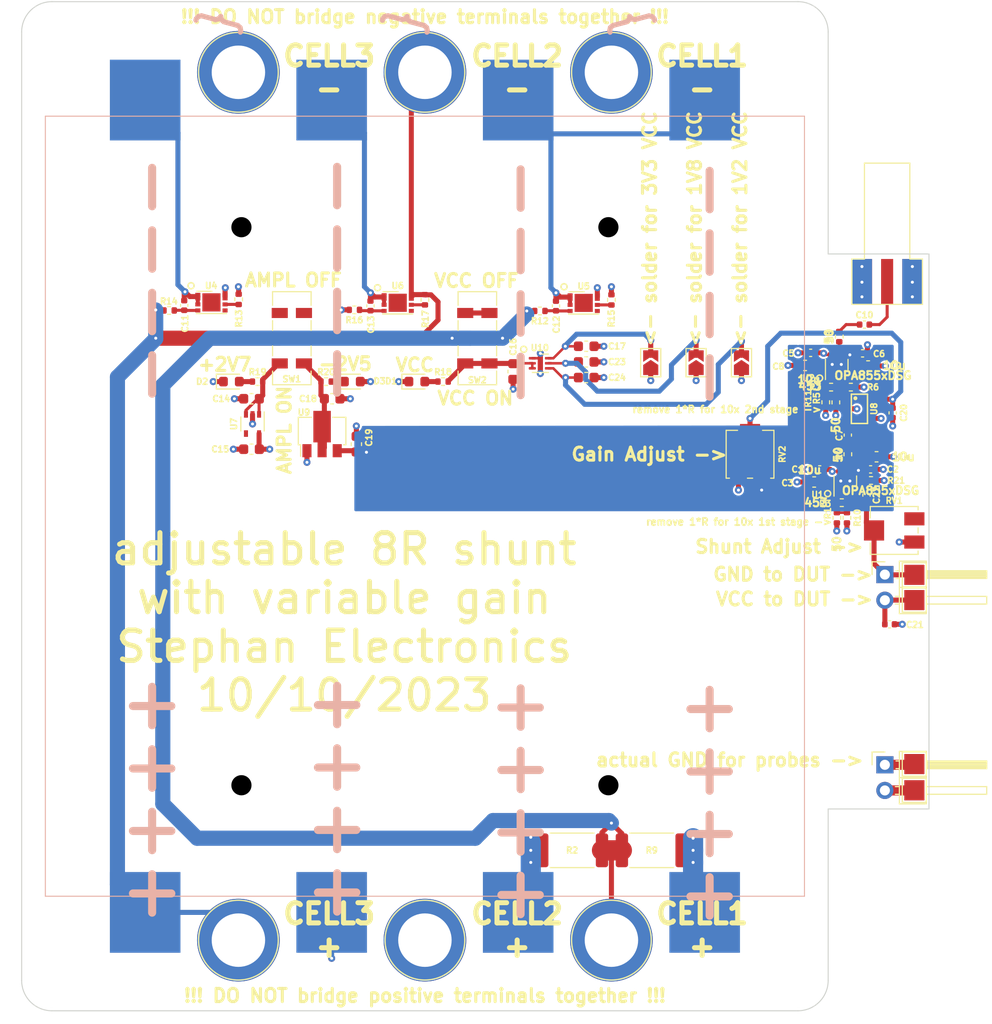
<source format=kicad_pcb>
(kicad_pcb (version 20221018) (generator pcbnew)
  (layers (0 "F.Cu" signal) (1 "In1.Cu" signal) (2 "In2.Cu" signal) (31 "B.Cu" signal) (34 "B.Paste" user) (35 "F.Paste" user) (36 "B.SilkS" user "B.Silkscreen") (37 "F.SilkS" user "F.Silkscreen") (38 "B.Mask" user) (39 "F.Mask" user) (44 "Edge.Cuts" user))
  (net 0 "")
  (net 1 "+2V8")
  (net 2 "GND")
  (net 3 "-2V5")
  (net 4 "Net-(C7-Pad1)")
  (net 5 "Net-(U2-+)")
  (net 6 "Net-(J1-In)")
  (net 7 "Net-(U1--)")
  (net 8 "Net-(U1-FB)")
  (net 9 "Net-(R4-Pad2)")
  (net 10 "Net-(U2--)")
  (net 11 "Net-(U2-FB)")
  (net 12 "Net-(R8-Pad2)")
  (net 13 "Net-(U1-+)")
  (net 17 "Net-(U4-VDD)")
  (net 18 "/CELL1_NEG")
  (net 19 "Net-(R2-Pad2)")
  (net 20 "Net-(U5-VDD)")
  (net 21 "Net-(R9-Pad2)")
  (net 22 "Net-(C10-Pad1)")
  (net 23 "/CELL3_NEG")
  (net 24 "Net-(U6-VDD)")
  (net 25 "/CELL2_NEG")
  (net 26 "/CELL1_POS")
  (net 27 "/CELL3_POS")
  (net 28 "Net-(J7-Pin_1)")
  (net 29 "Net-(U4-VM)")
  (net 30 "Net-(U5-VM)")
  (net 31 "Net-(U6-VM)")
  (net 32 "Net-(SW1A-A)")
  (net 34 "Net-(SW1B-A)")
  (net 36 "+3V3")
  (net 37 "Net-(D1-A)")
  (net 38 "Net-(D2-A)")
  (net 39 "Net-(D3-K)")
  (net 40 "Net-(SW2A-A)")
  (net 41 "Net-(SW2A-C)")
  (net 43 "Net-(J11-Pin_1)")
  (net 47 "+1V8")
  (net 48 "+1V2")
  (net 49 "VCC")
  (net 50 "Net-(C7-Pad2)")
  (net 51 "Net-(U8-VC)")
  (footprint "Capacitor_SMD:C_0603_1608Metric" (layer "F.Cu") (at 132.8 89.35 180)
    (fp_text reference "C14")
    (fp_text value "10u")
  )
  (footprint "Resistor_SMD:R_0402_1005Metric" (layer "F.Cu") (at 161.4 80.65 180)
    (fp_text reference "R12")
    (fp_text value "453 ")
  )
  (footprint "Button_Switch_SMD:SW_DPDT_CK_JS202011JCQN" (layer "F.Cu") (at 136.8 83.35 90)
    (fp_text reference "SW1")
    (fp_text value "SW_DPDT_x2")
  )
  (footprint "Capacitor_SMD:C_0603_1608Metric" (layer "F.Cu") (at 166 85.7)
    (fp_text reference "C23")
    (fp_text value "10u")
  )
  (footprint "Resistor_SMD:R_0402_1005Metric" (layer "F.Cu") (at 140.2 87.65)
    (fp_text reference "R20")
    (fp_text value "1k")
  )
  (footprint "Package_SON:WSON-8-1EP_2x2mm_P0.5mm_EP0.9x1.6mm" (layer "F.Cu") (at 191.7 97.5 90)
    (fp_text reference "U1")
    (fp_text value "OPA855xDSG")
  )
  (footprint "Button_Switch_SMD:SW_DPDT_CK_JS202011JCQN" (layer "F.Cu") (at 155.2 83.35 90)
    (fp_text reference "SW2")
    (fp_text value "SW_DPDT_x2")
  )
  (footprint "library:575-8" (layer "F.Cu") (at 168.5 143)
    (fp_text reference "J4")
    (fp_text value "Conn_01x01_Socket")
  )
  (footprint "TestPoint:TestPoint_Pad_2.0x2.0mm" (layer "F.Cu") (at 198.55 109.3)
    (fp_text reference "TP9" hide)
    (fp_text value "TestPoint")
  )
  (footprint "Capacitor_SMD:C_0402_1005Metric" (layer "F.Cu") (at 163 80.15 90)
    (fp_text reference "C12")
    (fp_text value "100n")
  )
  (footprint "TestPoint:TestPoint_Pad_2.0x2.0mm" (layer "F.Cu") (at 198.55 106.8 90)
    (fp_text reference "TP1" hide)
    (fp_text value "TestPoint" hide)
  )
  (footprint "Connector_PinHeader_2.54mm:PinHeader_1x02_P2.54mm_Horizontal" (layer "F.Cu") (at 195.625 125.625)
    (fp_text reference "J8" hide)
    (fp_text value "Conn_01x02_Pin")
  )
  (footprint "Capacitor_SMD:C_0603_1608Metric" (layer "F.Cu") (at 158.75 86.65 -90)
    (fp_text reference "C16")
    (fp_text value "10u")
  )
  (footprint "library:575-8" (layer "F.Cu") (at 131.5 143)
    (fp_text reference "J2")
    (fp_text value "Conn_01x01_Socket")
  )
  (footprint "Package_SON:WSON-8-1EP_2x2mm_P0.5mm_EP0.9x1.6mm" (layer "F.Cu") (at 190.85 85.95 90)
    (fp_text reference "U2")
    (fp_text value "OPA855xDSG")
  )
  (footprint "Resistor_SMD:R_0402_1005Metric" (layer "F.Cu") (at 124.625 80.6 180)
    (fp_text reference "R14")
    (fp_text value "453 ")
  )
  (footprint "Capacitor_SMD:C_0402_1005Metric" (layer "F.Cu") (at 193.6 82)
    (fp_text reference "C10")
    (fp_text value "1nF")
  )
  (footprint "TestPoint:TestPoint_Pad_2.0x2.0mm" (layer "F.Cu") (at 198.55 125.55 90)
    (fp_text reference "TP2" hide)
    (fp_text value "TestPoint" hide)
  )
  (footprint "MountingHole:MountingHole_2.5mm" (layer "F.Cu") (at 187 53)
    (fp_text reference "H3" hide)
    (fp_text value "MountingHole")
  )
  (footprint "Package_DFN_QFN:MLF-6-1EP_1.6x1.6mm_P0.5mm_EP0.5x1.26mm" (layer "F.Cu") (at 161.45 85.835)
    (fp_text reference "U10")
    (fp_text value "~")
  )
  (footprint "Resistor_SMD:R_0402_1005Metric" (layer "F.Cu") (at 192.25 88.2)
    (fp_text reference "R6")
    (fp_text value "50")
  )
  (footprint "Jumper:SolderJumper-2_P1.3mm_Open_TrianglePad1.0x1.5mm" (layer "F.Cu") (at 176.9 85.775 90)
    (fp_text reference "JP2" hide)
    (fp_text value "SolderJumper_2_Open")
  )
  (footprint "Capacitor_SMD:C_0402_1005Metric" (layer "F.Cu") (at 189.1625 96.35 180)
    (fp_text reference "C1")
    (fp_text value "100n")
  )
  (footprint "Resistor_SMD:R_0402_1005Metric" (layer "F.Cu") (at 190.29 88.2)
    (fp_text reference "R7")
    (fp_text value "453")
  )
  (footprint "Capacitor_SMD:C_0402_1005Metric" (layer "F.Cu") (at 196.4 90.75 90)
    (fp_text reference "C20")
    (fp_text value "1nF")
  )
  (footprint "library:575-8" (layer "F.Cu") (at 150 57)
    (fp_text reference "J7")
    (fp_text value "Conn_01x01_Socket")
  )
  (footprint "Jumper:SolderJumper-2_P1.3mm_Open_TrianglePad1.0x1.5mm" (layer "F.Cu") (at 181.4 85.775 90)
    (fp_text reference "JP1" hide)
    (fp_text value "SolderJumper_2_Open")
  )
  (footprint "TestPoint:TestPoint_Pad_2.0x2.0mm" (layer "F.Cu") (at 198.55 128.15)
    (fp_text reference "TP3" hide)
    (fp_text value "TestPoint")
  )
  (footprint "library:UDFN-6-1EP_3x2mm_P0.6mm_EP1.7x1.7mm" (layer "F.Cu") (at 165.75 79.85)
    (fp_text reference "U5")
    (fp_text value "~")
  )
  (footprint "Capacitor_SMD:C_0603_1608Metric" (layer "F.Cu") (at 166 84.15)
    (fp_text reference "C17")
    (fp_text value "10u")
  )
  (footprint "Package_TO_SOT_SMD:SOT-353_SC-70-5" (layer "F.Cu") (at 132.9 91.85 -90)
    (fp_text reference "U7")
    (fp_text value "MIC5366-2.7YC5-TR")
  )
  (footprint "MountingHole:MountingHole_2.5mm" (layer "F.Cu") (at 113 53)
    (fp_text reference "H1" hide)
    (fp_text value "MountingHole")
  )
  (footprint "Resistor_SMD:R_2512_6332Metric" (layer "F.Cu") (at 172.5 134.1)
    (fp_text reference "R9")
    (fp_text value ".250")
  )
  (footprint "Capacitor_SMD:C_0603_1608Metric" (layer "F.Cu") (at 140.8 89.35)
    (fp_text reference "C18")
    (fp_text value "10u")
  )
  (footprint "Resistor_SMD:R_0402_1005Metric" (layer "F.Cu") (at 189.7625 89.7 -90)
    (fp_text reference "R11")
    (fp_text value "50")
  )
  (footprint "MountingHole:MountingHole_2.5mm" (layer "F.Cu") (at 113 147)
    (fp_text reference "H2" hide)
    (fp_text value "MountingHole")
  )
  (footprint "Capacitor_SMD:C_0402_1005Metric" (layer "F.Cu") (at 193.4125 84.85 180)
    (fp_text reference "C6")
    (fp_text value "100n")
  )
  (footprint "Capacitor_SMD:C_0603_1608Metric" (layer "F.Cu") (at 132.8 94.35 180)
    (fp_text reference "C15")
    (fp_text value "10u")
  )
  (footprint "Potentiometer_SMD:Potentiometer_Bourns_3314J_Vertical" (layer "F.Cu") (at 196.55 102.4 -90)
    (fp_text reference "RV1")
    (fp_text value "10")
  )
  (footprint "Resistor_SMD:R_0402_1005Metric" (layer "F.Cu") (at 191.8625 101.15 -90)
    (fp_text reference "R10")
    (fp_text value "50")
  )
  (footprint "Capacitor_SMD:C_0402_1005Metric" (layer "F.Cu") (at 196.1 111.7)
    (fp_text reference "C21")
    (fp_text value "100n")
  )
  (footprint "Capacitor_SMD:C_0402_1005Metric" (layer "F.Cu") (at 194.2125 96.35 180)
    (fp_text reference "C2")
    (fp_text value "100n")
  )
  (footprint "library:575-8" (layer "F.Cu") (at 150 143)
    (fp_text reference "J6")
    (fp_text value "Conn_01x01_Socket")
  )
  (footprint "Resistor_SMD:R_0402_1005Metric" (layer "F.Cu") (at 191.95 94.85 -90)
    (fp_text reference "R4")
    (fp_text value "50")
  )
  (footprint "Resistor_SMD:R_2512_6332Metric" (layer "F.Cu") (at 164.6 134.1 180)
    (fp_text reference "R2")
    (fp_text value ".250")
  )
  (footprint "Capacitor_SMD:C_0402_1005Metric" (layer "F.Cu") (at 144.6 80.14 90)
    (fp_text reference "C13")
    (fp_text value "100n")
  )
  (footprint "Potentiometer_SMD:Potentiometer_Bourns_3314J_Vertical" (layer "F.Cu") (at 182.25 94.85 180)
    (fp_text reference "RV2")
    (fp_text value "100k")
  )
  (footprint "Capacitor_SMD:C_0402_1005Metric" (layer "F.Cu") (at 126.125 80.1 90)
    (fp_text reference "C11")
    (fp_text value "100n")
  )
  (footprint "Capacitor_SMD:C_0603_1608Metric" (layer "F.Cu") (at 166 87.25)
    (fp_text reference "C24")
    (fp_text value "10u")
  )
  (footprint "Resistor_SMD:R_0402_1005Metric" (layer "F.Cu") (at 143 80.54 180)
    (fp_text reference "R16")
    (fp_text value "453 ")
  )
  (footprint "library:SMA_ALIEXPRESS" (layer "F.Cu") (at 195.85 75.5)
    (fp_text reference "J1" hide)
    (fp_text value "COAX")
  )
  (footprint "Resistor_SMD:R_0402_1005Metric" (layer "F.Cu") (at 168.5 79.55 -90)
    (fp_text reference "R15")
    (fp_text value "1k")
  )
  (footprint "Capacitor_SMD:C_0402_1005Metric" (layer "F.Cu") (at 188.2625 84.8 180)
    (fp_text reference "C5")
    (fp_text value "100n")
  )
  (footprint "Resistor_SMD:R_0402_1005Metric" (layer "F.Cu") (at 190.8625 101.15 -90)
    (fp_text reference "R1")
    (fp_text value "50")
  )
  (footprint "library:UDFN-6-1EP_3x2mm_P0.6mm_EP1.7x1.7mm" (layer "F.Cu") (at 128.825 79.8)
    (fp_text reference "U4")
    (fp_text value "~")
  )
  (footprint "Capacitor_SMD:C_0603_1608Metric" (layer "F.Cu") (at 187.7125 86.05 180)
    (fp_text reference "C8")
    (fp_text value "10u")
  )
  (footprint "Resistor_SMD:R_0402_1005Metric" (layer "F.Cu") (at 151.8 87.65 180)
    (fp_text reference "R18")
    (fp_text value "1k")
  )
  (footprint "Resistor_SMD:R_0402_1005Metric" (layer "F.Cu") (at 194.25 97.45)
    (fp_text reference "R21")
    (fp_text value "50")
  )
  (footprint "Resistor_SMD:R_0402_1005Metric" (layer "F.Cu") (at 131.525 79.5 -90)
    (fp_text reference "R13")
    (fp_text value "1k")
  )
  (footprint "Resistor_SMD:R_0402_1005Metric" (layer "F.Cu") (at 150 79.54 -90)
    (fp_text reference "R17")
    (fp_text value "1k")
  )
  (footprint "LED_SMD:LED_0603_1608Metric" (layer "F.Cu") (at 142.8 87.65)
    (fp_text reference "D3")
    (fp_text value "LED")
  )
  (footprint "Capacitor_SMD:C_0603_1608Metric" (layer "F.Cu") (at 194.8 95.1 180)
    (fp_text reference "C4")
    (fp_text value "10u")
  )
  (footprint "Capacitor_SMD:C_0603_1608Metric" (layer "F.Cu") (at 193.9625 86.1 180)
    (fp_text reference "C9")
    (fp_text value "10u")
  )
  (footprint "library:575-8" (layer "F.Cu") (at 131.5 57)
    (fp_text reference "J5")
    (fp_text value "Conn_01x01_Socket")
  )
  (footprint "Resistor_SMD:R_0402_1005Metric" (layer "F.Cu") (at 190.7625 89.71 -90)
    (fp_text reference "R5")
    (fp_text value "50")
  )
  (footprint "library:575-8" (layer "F.Cu") (at 168.5 57)
    (fp_text reference "J3")
    (fp_text value "Conn_01x01_Socket")
  )
  (footprint "Resistor_SMD:R_0402_1005Metric" (layer "F.Cu") (at 191.1 83.19 -90)
    (fp_text reference "R8")
    (fp_text value "50")
  )
  (footprint "Capacitor_SMD:C_0402_1005Metric" (layer "F.Cu") (at 193.8 98.9 90)
    (fp_text reference "C22")
    (fp_text value "1nF")
  )
  (footprint "Capacitor_SMD:C_0603_1608Metric" (layer "F.Cu") (at 143.2 93.85 90)
    (fp_text reference "C19")
    (fp_text value "10u")
  )
  (footprint "Capacitor_SMD:C_0402_1005Metric" (layer "F.Cu") (at 191.95 92.95 90)
    (fp_text reference "C7")
    (fp_text value "1nF")
  )
  (footprint "LED_SMD:LED_0603_1608Metric" (layer "F.Cu") (at 130.8 87.65)
    (fp_text reference "D2")
    (fp_text value "LED")
  )
  (footprint "Resistor_SMD:R_0402_1005Metric" (layer "F.Cu") (at 191.35 99.65)
    (fp_text reference "R3")
    (fp_text value "453 ")
  )
  (footprint "library:UDFN-6-1EP_3x2mm_P0.6mm_EP1.7x1.7mm" (layer "F.Cu") (at 147.3 79.84)
    (fp_text reference "U6")
    (fp_text value "~")
  )
  (footprint "MountingHole:MountingHole_2.5mm" (layer "F.Cu") (at 187 147)
    (fp_text reference "H4" hide)
    (fp_text value "MountingHole")
  )
  (footprint "Jumper:SolderJumper-2_P1.3mm_Open_TrianglePad1.0x1.5mm" (layer "F.Cu") (at 172.4 85.775 90)
    (fp_text reference "JP3" hide)
    (fp_text value "SolderJumper_2_Open")
  )
  (footprint "Package_TO_SOT_SMD:SOT-89-3" (layer "F.Cu") (at 139.8 92.55 90)
    (fp_text reference "U9")
    (fp_text value "XC6902N251PR-G")
  )
  (footprint "LED_SMD:LED_0603_1608Metric" (layer "F.Cu") (at 149.2 87.65)
    (fp_text reference "D1")
    (fp_text value "LED")
  )
  (footprint "Connector_PinHeader_2.54mm:PinHeader_1x02_P2.54mm_Horizontal" (layer "F.Cu") (at 195.625 106.775)
    (fp_text reference "J11" hide)
    (fp_text value "Conn_01x02_Pin")
  )
  (footprint "Resistor_SMD:R_0402_1005Metric" (layer "F.Cu") (at 133.4 87.65 180)
    (fp_text reference "R19")
    (fp_text value "1k")
  )
  (footprint "Capacitor_SMD:C_0603_1608Metric" (layer "F.Cu") (at 188.6125 97.6 180)
    (fp_text reference "C3")
    (fp_text value "10u")
  )
  (footprint "library:SOT25" (layer "F.Cu") (at 193.1 90.35 -90)
    (fp_text reference "U8")
    (fp_text value "MAAVSS0006TR-3000" hide)
  )
  (footprint "library:4x_18650_smd" (layer "B.Cu") (at 150 100 -90)
    (fp_text reference "U3" hide)
    (fp_text value "~")
  )
  (gr_circle (center 163.8 78.25) (end 164.1 78.25) (stroke (width 0.15)) (fill none) (layer "F.SilkS"))
  (gr_circle (center 159.8 84.45) (end 160.1 84.45) (stroke (width 0.15)) (fill none) (layer "F.SilkS"))
  (gr_circle (center 189.95 98.75) (end 190.25 98.75) (stroke (width 0.15)) (fill none) (layer "F.SilkS"))
  (gr_circle (center 126.8 78.15) (end 127.1 78.15) (stroke (width 0.15)) (fill none) (layer "F.SilkS"))
  (gr_circle (center 145.3 78.35) (end 145.6 78.35) (stroke (width 0.15)) (fill none) (layer "F.SilkS"))
  (gr_circle (center 189.15 87.3) (end 189.45 87.3) (stroke (width 0.15)) (fill none) (layer "F.SilkS"))
  (gr_line (start 187 50) (end 113 50) (stroke (width 0.1)) (layer "Edge.Cuts"))
  (gr_line (start 200 130) (end 190 130) (stroke (width 0.1)) (layer "Edge.Cuts"))
  (gr_line (start 113 150) (end 187 150) (stroke (width 0.1)) (layer "Edge.Cuts"))
  (gr_line (start 190 130) (end 190 147) (stroke (width 0.1)) (layer "Edge.Cuts"))
  (gr_arc (start 190 147) (mid 189.12132 149.12132) (end 187 150) (stroke (width 0.1)) (layer "Edge.Cuts"))
  (gr_line (start 200 130) (end 200 75) (stroke (width 0.1)) (layer "Edge.Cuts"))
  (gr_arc (start 187 50) (mid 189.12132 50.87868) (end 190 53) (stroke (width 0.1)) (layer "Edge.Cuts"))
  (gr_arc (start 110 53) (mid 110.87868 50.87868) (end 113 50) (stroke (width 0.1)) (layer "Edge.Cuts"))
  (gr_line (start 190 75) (end 200 75) (stroke (width 0.1)) (layer "Edge.Cuts"))
  (gr_line (start 190 53) (end 190 75) (stroke (width 0.1)) (layer "Edge.Cuts"))
  (gr_arc (start 113 150) (mid 110.87868 149.12132) (end 110 147) (stroke (width 0.1)) (layer "Edge.Cuts"))
  (gr_line (start 110 53) (end 110 147) (stroke (width 0.1)) (layer "Edge.Cuts"))
  (gr_text "{" (at 168.6 51 285) (layer "B.SilkS") (effects (font (size 3 3) (thickness 0.5) bold) (justify left bottom)))
  (gr_text "{" (at 147 50.2 255) (layer "B.SilkS") (effects (font (size 3 3) (thickness 0.5) bold) (justify left bottom)))
  (gr_text "{" (at 128.5 50.2 255) (layer "B.SilkS") (effects (font (size 3 3) (thickness 0.5) bold) (justify left bottom)))
  (gr_text "CELL2\n+" (at 159.15 142) (layer "F.SilkS") (effects (font (size 2 2) (thickness 0.5) bold)))
  (gr_text "!!! DO NOT bridge positive terminals together !!!" (at 150 148.5) (layer "F.SilkS") (effects (font (size 1.3 1.3) (thickness 0.3) bold)))
  (gr_text "<- solder for 1V8 VCC" (at 176.75 72.5 90) (layer "F.SilkS") (effects (font (size 1.3 1.3) (thickness 0.3) bold)))
  (gr_text "CELL3\n-" (at 140.5 57) (layer "F.SilkS") (effects (font (size 2 2) (thickness 0.5) bold)))
  (gr_text "-2V5" (at 142.1 85.9) (layer "F.SilkS") (effects (font (size 1.3 1.3) (thickness 0.3) bold)))
  (gr_text "CELL1\n-" (at 177.5 57) (layer "F.SilkS") (effects (font (size 2 2) (thickness 0.5) bold)))
  (gr_text "Gain Adjust ->" (at 172.25 94.85) (layer "F.SilkS") (effects (font (size 1.3 1.3) (thickness 0.3) bold)))
  (gr_text "VCC OFF" (at 155.1 77.65) (layer "F.SilkS") (effects (font (size 1.3 1.3) (thickness 0.3) bold)))
  (gr_text "adjustable 8R shunt\nwith variable gain\nStephan Electronics\n10/10/2023" (at 142 111.5) (layer "F.SilkS") (effects (font (size 3 3) (thickness 0.5) bold)))
  (gr_text "CELL2\n-" (at 159.15 57) (layer "F.SilkS") (effects (font (size 2 2) (thickness 0.5) bold)))
  (gr_text "VCC ON" (at 155 89.3) (layer "F.SilkS") (effects (font (size 1.3 1.3) (thickness 0.3) bold)))
  (gr_text "+2V7" (at 130.15 85.95) (layer "F.SilkS") (effects (font (size 1.3 1.3) (thickness 0.3) bold)))
  (gr_text "Shunt Adjust ->" (at 185.15 104) (layer "F.SilkS") (effects (font (size 1.3 1.3) (thickness 0.3) bold)))
  (gr_text "VCC to DUT ->" (at 186.65 109.2) (layer "F.SilkS") (effects (font (size 1.3 1.3) (thickness 0.3) bold)))
  (gr_text "!!! DO NOT bridge negative terminals together !!!" (at 150 51.5) (layer "F.SilkS") (effects (font (size 1.3 1.3) (thickness 0.3) bold)))
  (gr_text "AMPL OFF" (at 136.95 77.6) (layer "F.SilkS") (effects (font (size 1.3 1.3) (thickness 0.3) bold)))
  (gr_text "GND to DUT ->" (at 186.5 106.75) (layer "F.SilkS") (effects (font (size 1.3 1.3) (thickness 0.3) bold)))
  (gr_text "CELL3\n+" (at 140.5 142) (layer "F.SilkS") (effects (font (size 2 2) (thickness 0.5) bold)))
  (gr_text "<- solder for 1V2 VCC" (at 181.25 72.5 90) (layer "F.SilkS") (effects (font (size 1.3 1.3) (thickness 0.3) bold)))
  (gr_text "VCC" (at 149 86) (layer "F.SilkS") (effects (font (size 1.3 1.3) (thickness 0.3) bold)))
  (gr_text "<- solder for 3V3 VCC" (at 172.3 72.5 90) (layer "F.SilkS") (effects (font (size 1.3 1.3) (thickness 0.3) bold)))
  (gr_text "AMPL ON" (at 136.05 92.45 90) (layer "F.SilkS") (effects (font (size 1.3 1.3) (thickness 0.3) bold)))
  (gr_text "actual GND for probes ->" (at 193.65 125.15) (layer "F.SilkS") (effects (font (size 1.3 1.3) (thickness 0.3) bold) (justify right)))
  (gr_text "remove 1*R for 10x 1st stage ->" (at 181.15 101.55) (layer "F.SilkS") (effects (font (size 0.7 0.7) (thickness 0.175) bold)))
  (gr_text "CELL1\n+" (at 177.5 142) (layer "F.SilkS") (effects (font (size 2 2) (thickness 0.5) bold)))
  (gr_text "remove 1*R for 10x 2nd stage ->" (at 179.95 90.4) (layer "F.SilkS") (effects (font (size 0.7 0.7) (thickness 0.175) bold)))
  (segment (start 190.1 85) (end 189.7 85) (width 0.25) (layer "F.Cu") (net 1))
  (segment (start 133.575 94.35) (end 134.6 94.35) (width 0.5) (layer "F.Cu") (net 1))
  (segment (start 189.5 84.8) (end 189.55 84.85) (width 0.5) (layer "F.Cu") (net 1))
  (segment (start 133.55 92.8) (end 133.55 94.325) (width 0.5) (layer "F.Cu") (net 1))
  (segment (start 188.7425 85.795) (end 188.4875 86.05) (width 0.5) (layer "F.Cu") (net 1))
  (segment (start 191.45 96.55) (end 190.95 96.55) (width 0.25) (layer "F.Cu") (net 1))
  (segment (start 190.2 96.35) (end 190.4 96.55) (width 0.5) (layer "F.Cu") (net 1))
  (segment (start 188.7425 84.8) (end 189.5 84.8) (width 0.5) (layer "F.Cu") (net 1))
  (segment (start 188.7425 84.8) (end 188.7425 85.795) (width 0.5) (layer "F.Cu") (net 1))
  (segment (start 190.95 96.55) (end 190.4 96.55) (width 0.25) (layer "F.Cu") (net 1))
  (segment (start 189.6425 96.35) (end 189.6425 97.345) (width 0.5) (layer "F.Cu") (net 1))
  (segment (start 189.7 85) (end 189.55 84.85) (width 0.25) (layer "F.Cu") (net 1))
  (segment (start 190.6 85) (end 190.1 85) (width 0.25) (layer "F.Cu") (net 1))
  (segment (start 189.6425 96.35) (end 190.2 96.35) (width 0.5) (layer "F.Cu") (net 1))
  (segment (start 133.55 94.325) (end 133.575 94.35) (width 0.5) (layer "F.Cu") (net 1))
  (segment (start 189.6425 97.345) (end 189.3875 97.6) (width 0.5) (layer "F.Cu") (net 1))
  (via (at 189.55 84.85) (size 0.7) (drill 0.3) (layers "F.Cu" "B.Cu") (net 1))
  (via (at 190.4 96.55) (size 0.7) (drill 0.3) (layers "F.Cu" "B.Cu") (net 1))
  (via (at 134.6 94.35) (size 0.7) (drill 0.3) (layers "F.Cu" "B.Cu") (net 1))
  (segment (start 190.8625 102.4375) (end 190.85 102.45) (width 0.5) (layer "F.Cu") (net 2))
  (segment (start 130.0125 87.65) (end 129 87.65) (width 0.5) (layer "F.Cu") (net 2))
  (segment (start 191.8625 102.4375) (end 191.85 102.45) (width 0.5) (layer "F.Cu") (net 2))
  (segment (start 190.7625 90.9875) (end 190.75 91) (width 0.5) (layer "F.Cu") (net 2))
  (segment (start 196.58 111.7) (end 197.35 111.7) (width 0.5) (layer "F.Cu") (net 2))
  (segment (start 194.3 91.3) (end 195.25 91.3) (width 0.5) (layer "F.Cu") (net 2))
  (segment (start 142.49 80.54) (end 141.71 80.54) (width 0.5) (layer "F.Cu") (net 2))
  (segment (start 187.7825 84.8) (end 187.0125 84.8) (width 0.5) (layer "F.Cu") (net 2))
  (segment (start 168.5 79.04) (end 168.5 78.25) (width 0.5) (layer "F.Cu") (net 2))
  (segment (start 190.7625 90.22) (end 190.7625 90.9875) (width 0.5) (layer "F.Cu") (net 2))
  (segment (start 161.45 85.835) (end 161.45 86.85) (width 0.5) (layer "F.Cu") (net 2))
  (segment (start 132.025 89.35) (end 131.1 89.35) (width 0.5) (layer "F.Cu") (net 2))
  (segment (start 189.7625 90.21) (end 189.7625 90.9875) (width 0.5) (layer "F.Cu") (net 2))
  (segment (start 141.575 89.35) (end 142.6 89.35) (width 0.5) (layer "F.Cu") (net 2))
  (segment (start 198.475 125.625) (end 198.55 125.55) (width 1) (layer "F.Cu") (net 2))
  (segment (start 167.1 79.275) (end 167.1 78.35) (width 0.5) (layer "F.Cu") (net 2))
  (segment (start 188.6825 96.35) (end 187.9125 96.35) (width 0.5) (layer "F.Cu") (net 2))
  (segment (start 196.4 91.23) (end 196.4 92.05) (width 0.5) (layer "F.Cu") (net 2))
  (segment (start 158.75 87.425) (end 158.75 88.4) (width 0.5) (layer "F.Cu") (net 2))
  (segment (start 132.9 90.9) (end 132.9 91.85) (width 0.5) (layer "F.Cu") (net 2))
  (segment (start 193.8925 84.0075) (end 193.9 84) (width 0.5) (layer "F.Cu") (net 2))
  (segment (start 160.65 85.335) (end 161.45 85.335) (width 0.25) (layer "F.Cu") (net 2))
  (segment (start 130.175 79.225) (end 130.175 78.375) (width 0.5) (layer "F.Cu") (net 2))
  (segment (start 198.55 103.55) (end 197.05 103.55) (width 0.5) (layer "F.Cu") (net 2))
  (segment (start 161.45 85.335) (end 161.45 85.835) (width 0.25) (layer "F.Cu") (net 2))
  (segment (start 186.9375 86.05) (end 186.0125 86.05) (width 0.5) (layer "F.Cu") (net 2))
  (segment (start 166.775 87.25) (end 167.75 87.25) (width 0.5) (layer "F.Cu") (net 2))
  (segment (start 195.625 125.625) (end 198.475 125.625) (width 1) (layer "F.Cu") (net 2))
  (segment (start 189.7625 90.9875) (end 189.75 91) (width 0.5) (layer "F.Cu") (net 2))
  (segment (start 191.9 90.35) (end 192.85 90.35) (width 0.5) (layer "F.Cu") (net 2))
  (segment (start 132.025 94.35) (end 131 94.35) (width 0.5) (layer "F.Cu") (net 2))
  (segment (start 143.5875 87.65) (end 144.6 87.65) (width 0.5) (layer "F.Cu") (net 2))
  (segment (start 166.775 84.15) (end 167.75 84.15) (width 0.5) (layer "F.Cu") (net 2))
  (segment (start 190.8625 101.66) (end 190.8625 102.4375) (width 0.5) (layer "F.Cu") (net 2))
  (segment (start 195.575 95.1) (end 196.5 95.1) (width 0.5) (layer "F.Cu") (net 2))
  (segment (start 194.6925 96.35) (end 195.4625 96.35) (width 0.5) (layer "F.Cu") (net 2))
  (segment (start 131.525 78.275) (end 131.5 78.25) (width 0.5) (layer "F.Cu") (net 2))
  (segment (start 141.71 80.54) (end 141.7 80.55) (width 0.5) (layer "F.Cu") (net 2))
  (segment (start 192.76 88.2) (end 193.55 88.2) (width 0.5) (layer "F.Cu") (net 2))
  (segment (start 138.3 94.5) (end 138.3 95.65) (width 0.5) (layer "F.Cu") (net 2))
  (segment (start 193.8925 84.85) (end 193.8925 84.0075) (width 0.5) (layer "F.Cu") (net 2))
  (segment (start 148.4125 87.65) (end 147.4 87.65) (width 0.5) (layer "F.Cu") (net 2))
  (segment (start 198.535 128.165) (end 198.55 128.15) (width 1) (layer "F.Cu") (net 2))
  (segment (start 166.775 85.7) (end 167.75 85.7) (width 0.5) (layer "F.Cu") (net 2))
  (segment (start 187.8375 97.6) (end 186.9125 97.6) (width 0.5) (layer "F.Cu") (net 2))
  (segment (start 194.7375 86.1) (end 195.6625 86.1) (width 0.5) (layer "F.Cu") (net 2))
  (segment (start 130.175 78.375) (end 130.2 78.35) (width 0.5) (layer "F.Cu") (net 2))
  (segment (start 181.1 96.85) (end 181.1 98.4) (width 0.5) (layer "F.Cu") (net 2))
  (segment (start 194.76 97.45) (end 195.55 97.45) (width 0.5) (layer "F.Cu") (net 2))
  (segment (start 191.8625 101.66) (end 191.8625 102.4375) (width 0.5) (layer "F.Cu") (net 2))
  (segment (start 131.525 78.99) (end 131.525 78.275) (width 0.5) (layer "F.Cu") (net 2))
  (segment (start 195.625 128.165) (end 198.535 128.165) (width 1) (layer "F.Cu") (net 2))
  (segment (start 143.2 93.075) (end 143.2 92.05) (width 0.5) (layer "F.Cu") (net 2))
  (segment (start 161.45 85.835) (end 161.45 84.85) (width 0.5) (layer "F.Cu") (net 2))
  (via (at 161.45 84.85) (size 0.7) (drill 0.3) (layers "F.Cu" "B.Cu") (net 2))
  (via (at 168.5 78.25) (size 0.7) (drill 0.3) (layers "F.Cu" "B.Cu") (net 2))
  (via (at 198.35 76.25) (size 0.7) (drill 0.3) (layers "F.Cu" "B.Cu") (net 2))
  (via (at 140.75 144.8) (size 0.7) (drill 0.3) (layers "F.Cu" "B.Cu") (net 2))
  (via (at 192.85 90.35) (size 0.7) (drill 0.3) (layers "F.Cu" "B.Cu") (net 2))
  (via (at 181.1 98.4) (size 0.7) (drill 0.3) (layers "F.Cu" "B.Cu") (net 2))
  (via (at 131 94.35) (size 0.7) (drill 0.3) (layers "F.Cu" "B.Cu") (net 2))
  (via (at 189.75 91) (size 0.7) (drill 0.3) (layers "F.Cu" "B.Cu") (net 2))
  (via (at 196.4 92.05) (size 0.7) (drill 0.3) (layers "F.Cu" "B.Cu") (net 2))
  (via (at 197.05 103.55) (size 0.7) (drill 0.3) (layers "F.Cu" "B.Cu") (net 2))
  (via (at 195.55 97.45) (size 0.7) (drill 0.3) (layers "F.Cu" "B.Cu") (net 2))
  (via (at 167.75 85.7) (size 0.7) (drill 0.3) (layers "F.Cu" "B.Cu") (net 2))
  (via (at 158.75 88.4) (size 0.7) (drill 0.3) (layers "F.Cu" "B.Cu") (net 2))
  (via (at 193.35 79.25) (size 0.7) (drill 0.3) (layers "F.Cu" "B.Cu") (net 2))
  (via (at 195.6625 86.1) (size 0.7) (drill 0.3) (layers "F.Cu" "B.Cu") (net 2))
  (via (at 198.35 79.25) (size 0.7) (drill 0.3) (layers "F.Cu" "B.Cu") (net 2))
  (via (at 193.55 88.2) (size 0.7) (drill 0.3) (layers "F.Cu" "B.Cu") (net 2))
  (via (at 186.0125 86.05) (size 0.7) (drill 0.3) (layers "F.Cu" "B.Cu") (net 2))
  (via (at 161.45 86.85) (size 0.7) (drill 0.3) (layers "F.Cu" "B.Cu") (net 2))
  (via (at 190.85 102.45) (size 0.7) (drill 0.3) (layers "F.Cu" "B.Cu") (net 2))
  (via (at 131.1 89.35) (size 0.7) (drill 0.3) (layers "F.Cu" "B.Cu") (net 2))
  (via (at 147.4 87.65) (size 0.7) (drill 0.3) (layers "F.Cu" "B.Cu") (net 2))
  (via (at 193.35 77.8) (size 0.7) (drill 0.3) (layers "F.Cu" "B.Cu") (net 2))
  (via (at 198.35 77.8) (size 0.7) (drill 0.3) (layers "F.Cu" "B.Cu") (net 2))
  (via (at 132.9 91.85) (size 0.7) (drill 0.3) (layers "F.Cu" "B.Cu") (net 2))
  (via (at 197.35 111.7) (size 0.7) (drill 0.3) (layers "F.Cu" "B.Cu") (net 2))
  (via (at 167.75 87.25) (size 0.7) (drill 0.3) (layers "F.Cu" "B.Cu") (net 2))
  (via (at 195.4625 96.35) (size 0.7) (drill 0.3) (layers "F.Cu" "B.Cu") (net 2))
  (via (at 186.9125 97.6) (size 0.7) (drill 0.3) (layers "F.Cu" "B.Cu") (net 2))
  (via (at 138.3 95.65) (size 0.7) (drill 0.3) (layers "F.Cu" "B.Cu") (net 2))
  (via (at 193.9 84) (size 0.7) (drill 0.3) (layers "F.Cu" "B.Cu") (net 2))
  (via (at 143.2 92.05) (size 0.7) (drill 0.3) (layers "F.Cu" "B.Cu") (net 2))
  (via (at 130.2 78.35) (size 0.7) (drill 0.3) (layers "F.Cu" "B.Cu") (net 2))
  (via (at 195.25 91.3) (size 0.7) (drill 0.3) (layers "F.Cu" "B.Cu") (net 2))
  (via (at 196.5 95.1) (size 0.7) (drill 0.3) (layers "F.Cu" "B.Cu") (net 2))
  (via (at 131.5 78.25) (size 0.7) (drill 0.3) (layers "F.Cu" "B.Cu") (net 2))
  (via (at 187.9125 96.35) (size 0.7) (drill 0.3) (layers "F.Cu" "B.Cu") (net 2))
  (via (at 190.75 91) (size 0.7) (drill 0.3) (layers "F.Cu" "B.Cu") (net 2))
  (via (at 193.35 76.25) (size 0.7) (drill 0.3) (layers "F.Cu" "B.Cu") (net 2))
  (via (at 167.1 78.35) (size 0.7) (drill 0.3) (layers "F.Cu" "B.Cu") (net 2))
  (via (at 141.7 80.55) (size 0.7) (drill 0.3) (layers "F.Cu" "B.Cu") (net 2))
  (via (at 191.85 102.45) (size 0.7) (drill 0.3) (layers "F.Cu" "B.Cu") (net 2))
  (via (at 167.75 84.15) (size 0.7) (drill 0.3) (layers "F.Cu" "B.Cu") (net 2))
  (via (at 129 87.65) (size 0.7) (drill 0.3) (layers "F.Cu" "B.Cu") (net 2))
  (via (at 142.6 89.35) (size 0.7) (drill 0.3) (layers "F.Cu" "B.Cu") (net 2))
  (via (at 187.0125 84.8) (size 0.7) (drill 0.3) (layers "F.Cu" "B.Cu") (net 2))
  (via (at 144.6 87.65) (size 0.7) (drill 0.3) (layers "F.Cu" "B.Cu") (net 2))
  (segment (start 140.75 140.25) (end 140.75 144.8) (width 0.5) (layer "B.Cu") (net 2))
  (segment (start 191.3 85.95) (end 190.4 85.95) (width 0.25) (layer "F.Cu") (net 3))
  (segment (start 143.075 94.5) (end 143.2 94.625) (width 0.5) (layer "F.Cu") (net 3))
  (segment (start 192.9325 84.85) (end 192.9325 85.845) (width 0.5) (layer "F.Cu") (net 3))
  (segment (start 183.4 96.85) (end 183.4 98.4) (width 0.5) (layer "F.Cu") (net 3))
  (segment (start 191.6 85) (end 192.15 85) (width 0.25) (layer "F.Cu") (net 3))
  (segment (start 192.7825 85) (end 192.15 85) (width 0.5) (layer "F.Cu") (net 3))
  (segment (start 193.7325 95.3925) (end 194.025 95.1) (width 0.5) (layer "F.Cu") (net 3))
  (segment (start 192.45 96.55) (end 192.9 96.55) (width 0.25) (layer "F.Cu") (net 3))
  (segment (start 191.6 85.525) (end 191.6 85) (width 0.25) (layer "F.Cu") (net 3))
  (segment (start 193.1 96.35) (end 193 96.45) (width 0.5) (layer "F.Cu") (net 3))
  (segment (start 191.3 85.95) (end 191.175 85.95) (width 0.25) (layer "F.Cu") (net 3))
  (segment (start 192.9 96.55) (end 193 96.45) (width 0.25) (layer "F.Cu") (net 3))
  (segment (start 144.175 94.625) (end 144.2 94.65) (width 0.5) (layer "F.Cu") (net 3))
  (segment (start 192.9325 84.85) (end 192.7825 85) (width 0.5) (layer "F.Cu") (net 3))
  (segment (start 141.3 94.5) (end 143.075 94.5) (width 0.5) (layer "F.Cu") (net 3))
  (segment (start 192.15 97.5) (end 191.25 97.5) (width 0.25) (layer "F.Cu") (net 3))
  (segment (start 192.15 97.5) (end 192.025 97.5) (width 0.25) (layer "F.Cu") (net 3))
  (segment (start 193.7325 96.35) (end 193.1 96.35) (width 0.5) (layer "F.Cu") (net 3))
  (segment (start 192.45 97.075) (end 192.45 96.55) (width 0.25) (layer "F.Cu") (net 3))
  (segment (start 191.175 85.95) (end 191.6 85.525) (width 0.25) (layer "F.Cu") (net 3))
  (segment (start 193.7325 96.35) (end 193.7325 95.3925) (width 0.5) (layer "F.Cu") (net 3))
  (segment (start 192.025 97.5) (end 192.45 97.075) (width 0.25) (layer "F.Cu") (net 3))
  (segment (start 192.9325 85.845) (end 193.1875 86.1) (width 0.5) (layer "F.Cu") (net 3))
  (segment (start 143.2 94.625) (end 144.175 94.625) (width 0.5) (layer "F.Cu") (net 3))
  (via (at 144.2 94.65) (size 0.7) (drill 0.3) (layers "F.Cu" "B.Cu") (net 3))
  (via (at 191.3 85.95) (size 0.7) (drill 0.3) (layers "F.Cu" "B.Cu") (net 3))
  (via (at 192.15 85) (size 0.7) (drill 0.3) (layers "F.Cu" "B.Cu") (net 3))
  (via (at 192.15 97.5) (size 0.7) (drill 0.3) (layers "F.Cu" "B.Cu") (net 3))
  (via (at 193 96.45) (size 0.7) (drill 0.3) (layers "F.Cu" "B.Cu") (net 3))
  (via (at 191.25 97.5) (size 0.7) (drill 0.3) (layers "F.Cu" "B.Cu") (net 3))
  (via (at 190.4 85.95) (size 0.7) (drill 0.3) (layers "F.Cu" "B.Cu") (net 3))
  (via (at 183.4 98.4) (size 0.7) (drill 0.3) (layers "F.Cu" "B.Cu") (net 3))
  (segment (start 191.95 94.34) (end 191.95 93.43) (width 0.3) (layer "F.Cu") (net 4))
  (segment (start 191.6 88.06) (end 191.74 88.2) (width 0.25) (layer "F.Cu") (net 5))
  (segment (start 191.6 86.9) (end 191.6 88.06) (width 0.25) (layer "F.Cu") (net 5))
  (segment (start 191.74 89.24) (end 191.9 89.4) (width 0.25) (layer "F.Cu") (net 5))
  (segment (start 191.74 88.2) (end 191.74 89.24) (width 0.25) (layer "F.Cu") (net 5))
  (segment (start 194.08 82) (end 195.1 82) (width 0.3) (layer "F.Cu") (net 6))
  (segment (start 195.85 81.25) (end 195.85 77.8) (width 0.3) (layer "F.Cu") (net 6))
  (segment (start 195.1 82) (end 195.85 81.25) (width 0.3) (layer "F.Cu") (net 6))
  (segment (start 190.8625 100.64) (end 191.8625 100.64) (width 0.25) (layer "F.Cu") (net 7))
  (segment (start 191.86 100.6375) (end 191.8625 100.64) (width 0.25) (layer "F.Cu") (net 7))
  (segment (start 191.95 99.56) (end 191.86 99.65) (width 0.25) (layer "F.Cu") (net 7))
  (segment (start 191.95 98.45) (end 191.95 99.56) (width 0.25) (layer "F.Cu") (net 7))
  (segment (start 191.86 99.65) (end 191.86 100.6375) (width 0.25) (layer "F.Cu") (net 7))
  (segment (start 190.95 99.54) (end 190.84 99.65) (width 0.25) (layer "F.Cu") (net 8))
  (segment (start 190.95 98.45) (end 190.95 99.54) (width 0.25) (layer "F.Cu") (net 8))
  (segment (start 191.95 96.55) (end 191.95 95.36) (width 0.25) (layer "F.Cu") (net 9))
  (segment (start 190.8 88.2) (end 190.8 89.1625) (width 0.25) (layer "F.Cu") (net 10))
  (segment (start 191.1 87.9) (end 190.8 88.2) (width 0.25) (layer "F.Cu") (net 10))
  (segment (start 191.1 86.9) (end 191.1 87.9) (width 0.25) (layer "F.Cu") (net 10))
  (segment (start 190.7625 89.2) (end 189.7725 89.2) (width 0.25) (layer "F.Cu") (net 10))
  (segment (start 190.8 89.1625) (end 190.7625 89.2) (width 0.25) (layer "F.Cu") (net 10))
  (segment (start 189.7725 89.2) (end 189.7625 89.19) (width 0.25) (layer "F.Cu") (net 10))
  (segment (start 189.78 87.67) (end 190.1 87.35) (width 0.25) (layer "F.Cu") (net 11))
  (segment (start 189.78 88.2) (end 189.78 87.67) (width 0.25) (layer "F.Cu") (net 11))
  (segment (start 190.1 87.35) (end 190.1 86.9) (width 0.25) (layer "F.Cu") (net 11))
  (segment (start 191.1 85) (end 191.1 83.7) (width 0.25) (layer "F.Cu") (net 12))
  (segment (start 193.74 98.36) (end 193.8 98.42) (width 0.25) (layer "F.Cu") (net 13))
  (segment (start 192.45 98.45) (end 193.77 98.45) (width 0.25) (layer "F.Cu") (net 13))
  (segment (start 193.74 97.45) (end 193.74 98.36) (width 0.25) (layer "F.Cu") (net 13))
  (segment (start 193.77 98.45) (end 193.8 98.42) (width 0.25) (layer "F.Cu") (net 13))
  (segment (start 127.475 80.6) (end 126.145 80.6) (width 0.3) (layer "F.Cu") (net 17))
  (segment (start 126.145 80.6) (end 126.125 80.58) (width 0.3) (layer "F.Cu") (net 17))
  (segment (start 126.125 80.58) (end 125.155 80.58) (width 0.3) (layer "F.Cu") (net 17))
  (segment (start 125.155 80.58) (end 125.135 80.6) (width 0.3) (layer "F.Cu") (net 17))
  (segment (start 126.125 78.825) (end 126.2 78.75) (width 0.5) (layer "F.Cu") (net 18))
  (segment (start 127.475 80) (end 127.475 79.225) (width 0.4) (layer "F.Cu") (net 18))
  (segment (start 126.125 79.62) (end 126.125 78.825) (width 0.5) (layer "F.Cu") (net 18))
  (segment (start 126.675 79.225) (end 126.2 78.75) (width 0.5) (layer "F.Cu") (net 18))
  (segment (start 127.475 79.225) (end 126.675 79.225) (width 0.5) (layer "F.Cu") (net 18))
  (via (at 126.2 78.75) (size 0.7) (drill 0.3) (layers "F.Cu" "B.Cu") (net 18))
  (segment (start 125.5 78.05) (end 125.5 63) (width 0.5) (layer "B.Cu") (net 18))
  (segment (start 126.2 78.75) (end 125.5 78.05) (width 0.5) (layer "B.Cu") (net 18))
  (segment (start 125.5 63) (end 122.25 59.75) (width 0.5) (layer "B.Cu") (net 18))
  (segment (start 161.6375 132.8) (end 160.5 132.8) (width 0.5) (layer "F.Cu") (net 19))
  (segment (start 161.6375 134.1) (end 161.6375 135.3) (width 0.5) (layer "F.Cu") (net 19))
  (segment (start 161.6375 135.3) (end 160.5 135.3) (width 0.5) (layer "F.Cu") (net 19))
  (segment (start 161.6375 134.1) (end 160.5 134.1) (width 0.5) (layer "F.Cu") (net 19))
  (segment (start 161.6375 134.1) (end 161.6375 132.8) (width 0.5) (layer "F.Cu") (net 19))
  (via (at 160.5 134.1) (size 0.7) (drill 0.3) (layers "F.Cu" "B.Cu") (net 19))
  (via (at 160.5 135.3) (size 0.7) (drill 0.3) (layers "F.Cu" "B.Cu") (net 19))
  (via (at 160.5 132.8) (size 0.7) (drill 0.3) (layers "F.Cu" "B.Cu") (net 19))
  (segment (start 160.5 133.3) (end 160.5 135.3) (width 2) (layer "B.Cu") (net 19))
  (segment (start 159.25 140.25) (end 160.5 139) (width 0.5) (layer "B.Cu") (net 19))
  (segment (start 160.5 139) (end 160.5 135.3) (width 2) (layer "B.Cu") (net 19))
  (segment (start 163.02 80.65) (end 163 80.63) (width 0.3) (layer "F.Cu") (net 20))
  (segment (start 161.93 80.63) (end 161.91 80.65) (width 0.3) (layer "F.Cu") (net 20))
  (segment (start 163 80.63) (end 161.93 80.63) (width 0.3) (layer "F.Cu") (net 20))
  (segment (start 164.4 80.65) (end 163.02 80.65) (width 0.3) (layer "F.Cu") (net 20))
  (segment (start 175.4625 135.3) (end 176.6 135.3) (width 0.5) (layer "F.Cu") (net 21))
  (segment (start 175.4625 134.1) (end 176.6 134.1) (width 0.5) (layer "F.Cu") (net 21))
  (segment (start 175.4625 134.1) (end 175.4625 135.3) (width 0.5) (layer "F.Cu") (net 21))
  (segment (start 175.4625 134.1) (end 175.4625 132.9) (width 0.5) (layer "F.Cu") (net 21))
  (segment (start 175.4625 132.9) (end 176.6 132.9) (width 0.5) (layer "F.Cu") (net 21))
  (via (at 176.6 135.3) (size 0.7) (drill 0.3) (layers "F.Cu" "B.Cu") (net 21))
  (via (at 176.6 132.9) (size 0.7) (drill 0.3) (layers "F.Cu" "B.Cu") (net 21))
  (via (at 176.6 134.1) (size 0.7) (drill 0.3) (layers "F.Cu" "B.Cu") (net 21))
  (segment (start 176.6 139.1) (end 177.75 140.25) (width 0.5) (layer "B.Cu") (net 21))
  (segment (start 176.6 132.9) (end 176.6 134.1) (width 2) (layer "B.Cu") (net 21))
  (segment (start 176.6 135.3) (end 176.6 139.1) (width 2) (layer "B.Cu") (net 21))
  (segment (start 176.6 134.1) (end 176.6 135.3) (width 2) (layer "B.Cu") (net 21))
  (segment (start 191.78 82) (end 191.1 82.68) (width 0.3) (layer "F.Cu") (net 22))
  (segment (start 193.12 82) (end 191.78 82) (width 0.3) (layer "F.Cu") (net 22))
  (segment (start 164.4 79.275) (end 163.425 79.275) (width 0.5) (layer "F.Cu") (net 23))
  (segment (start 164.4 80.05) (end 164.4 79.275) (width 0.4) (layer "F.Cu") (net 23))
  (segment (start 163.425 79.275) (end 163 78.85) (width 0.5) (layer "F.Cu") (net 23))
  (segment (start 163 79.67) (end 163 78.85) (width 0.5) (layer "F.Cu") (net 23))
  (via (at 163 78.85) (size 0.7) (drill 0.3) (layers "F.Cu" "B.Cu") (net 23))
  (segment (start 162.5 78.35) (end 163 78.85) (width 0.5) (layer "B.Cu") (net 23))
  (segment (start 162.6 63.1) (end 174.4 63.1) (width 0.5) (layer "B.Cu") (net 23))
  (segment (start 174.4 63.1) (end 177.75 59.75) (width 0.5) (layer "B.Cu") (net 23))
  (segment (start 159.25 59.75) (end 162.5 63) (width 0.5) (layer "B.Cu") (net 23))
  (segment (start 162.5 63) (end 162.5 78.35) (width 0.5) (layer "B.Cu") (net 23))
  (segment (start 159.25 59.75) (end 162.6 63.1) (width 0.5) (layer "B.Cu") (net 23))
  (segment (start 144.6 80.62) (end 143.59 80.62) (width 0.3) (layer "F.Cu") (net 24))
  (segment (start 143.59 80.62) (end 143.51 80.54) (width 0.3) (layer "F.Cu") (net 24))
  (segment (start 145.95 80.64) (end 144.62 80.64) (width 0.3) (layer "F.Cu") (net 24))
  (segment (start 144.62 80.64) (end 144.6 80.62) (width 0.3) (layer "F.Cu") (net 24))
  (segment (start 145.95 79.265) (end 145.015 79.265) (width 0.5) (layer "F.Cu") (net 25))
  (segment (start 145.015 79.265) (end 144.6 78.85) (width 0.5) (layer "F.Cu") (net 25))
  (segment (start 144.6 79.66) (end 144.6 78.85) (width 0.5) (layer "F.Cu") (net 25))
  (segment (start 145.95 80.04) (end 145.95 79.265) (width 0.4) (layer "F.Cu") (net 25))
  (via (at 144.6 78.85) (size 0.7) (drill 0.3) (layers "F.Cu" "B.Cu") (net 25))
  (segment (start 144 78.25) (end 144.6 78.85) (width 0.5) (layer "B.Cu") (net 25))
  (segment (start 140.75 59.75) (end 144 63) (width 0.5) (layer "B.Cu") (net 25))
  (segment (start 144 63) (end 144 78.25) (width 0.5) (layer "B.Cu") (net 25))
  (segment (start 123.3 83.35) (end 135.6 83.35) (width 1.5) (layer "F.Cu") (net 26))
  (segment (start 124.115 80.6) (end 123.35 80.6) (width 0.5) (layer "F.Cu") (net 26))
  (segment (start 123.35 80.6) (end 123.3 80.55) (width 0.5) (layer "F.Cu") (net 26))
  (via (at 123.3 83.35) (size 0.7) (drill 0.3) (layers "F.Cu" "B.Cu") (net 26))
  (via (at 123.3 80.55) (size 0.7) (drill 0.3) (layers "F.Cu" "B.Cu") (net 26))
  (segment (start 123.3 83.35) (end 123.3 80.55) (width 1.5) (layer "B.Cu") (net 26))
  (segment (start 120.25 138.25) (end 122.25 138.25) (width 1.5) (layer "B.Cu") (net 26))
  (segment (start 119.5 137.5) (end 120.25 138.25) (width 1.5) (layer "B.Cu") (net 26))
  (segment (start 123.3 83.4) (end 119.5 87.2) (width 1.5) (layer "B.Cu") (net 26))
  (segment (start 123.3 83.35) (end 123.3 83.4) (width 1.5) (layer "B.Cu") (net 26))
  (segment (start 128.75 140.25) (end 131.5 143) (width 0.5) (layer "B.Cu") (net 26))
  (segment (start 122.25 140.25) (end 128.75 140.25) (width 0.5) (layer "B.Cu") (net 26))
  (segment (start 122.25 138.25) (end 122.25 140.25) (width 0.5) (layer "B.Cu") (net 26))
  (segment (start 119.5 87.2) (end 119.5 137.5) (width 1.5) (layer "B.Cu") (net 26))
  (segment (start 167.5625 134.1) (end 167.5625 132.3375) (width 0.5) (layer "F.Cu") (net 27))
  (segment (start 169.5375 132.4375) (end 169.5375 134.1) (width 0.5) (layer "F.Cu") (net 27))
  (segment (start 167.5625 134.1) (end 169.5375 134.1) (width 2) (layer "F.Cu") (net 27))
  (segment (start 156.4 83.35) (end 157.7 83.35) (width 0.5) (layer "F.Cu") (net 27))
  (segment (start 168.5 135.0375) (end 167.5625 134.1) (width 0.5) (layer "F.Cu") (net 27))
  (segment (start 168.5 143) (end 168.5 135.0375) (width 0.5) (layer "F.Cu") (net 27))
  (segment (start 154 83.35) (end 152.7 83.35) (width 0.5) (layer "F.Cu") (net 27))
  (segment (start 167.5625 132.3375) (end 168.5 131.4) (width 0.5) (layer "F.Cu") (net 27))
  (segment (start 160.89 80.65) (end 160.1 80.65) (width 0.5) (layer "F.Cu") (net 27))
  (segment (start 168.5 131.4) (end 169.5375 132.4375) (width 0.5) (layer "F.Cu") (net 27))
  (via (at 160.1 80.65) (size 0.7) (drill 0.3) (layers "F.Cu" "B.Cu") (net 27))
  (via (at 152.7 83.35) (size 0.7) (drill 0.3) (layers "F.Cu" "B.Cu") (net 27))
  (via (at 157.7 83.35) (size 0.7) (drill 0.3) (layers "F.Cu" "B.Cu") (net 27))
  (via (at 168.5 131.4) (size 0.7) (drill 0.3) (layers "F.Cu" "B.Cu") (net 27))
  (segment (start 127.4 132.9) (end 155 132.9) (width 1.5) (layer "B.Cu") (net 27))
  (segment (start 155 132.9) (end 156.75 131.15) (width 1.5) (layer "B.Cu") (net 27))
  (segment (start 124 129.5) (end 127.4 132.9) (width 1.5) (layer "B.Cu") (net 27))
  (segment (start 128.65 83.35) (end 124 88) (width 1.5) (layer "B.Cu") (net 27))
  (segment (start 154.5 83.35) (end 152.7 83.35) (width 1.5) (layer "B.Cu") (net 27))
  (segment (start 168.25 131.15) (end 168.5 131.4) (width 1.5) (layer "B.Cu") (net 27))
  (segment (start 124 88) (end 124 129.5) (width 1.5) (layer "B.Cu") (net 27))
  (segment (start 157.7 83.35) (end 154.5 83.35) (width 1.5) (layer "B.Cu") (net 27))
  (segment (start 154.5 83.35) (end 128.65 83.35) (width 1.5) (layer "B.Cu") (net 27))
  (segment (start 158.275 82.775) (end 157.7 83.35) (width 1.5) (layer "B.Cu") (net 27))
  (segment (start 160.1 80.95) (end 158.275 82.775) (width 1.5) (layer "B.Cu") (net 27))
  (segment (start 156.75 131.15) (end 168.25 131.15) (width 1.5) (layer "B.Cu") (net 27))
  (segment (start 151.3 79.75) (end 150.6 79.05) (width 0.5) (layer "F.Cu") (net 28))
  (segment (start 149.5 83.35) (end 151.3 81.55) (width 0.5) (layer "F.Cu") (net 28))
  (segment (start 150.02 79.05) (end 150 79.03) (width 0.5) (layer "F.Cu") (net 28))
  (segment (start 150 79.03) (end 148.885 79.03) (width 0.5) (layer "F.Cu") (net 28))
  (segment (start 138 83.35) (end 149.5 83.35) (width 0.5) (layer "F.Cu") (net 28))
  (segment (start 150.6 79.05) (end 150.02 79.05) (width 0.5) (layer "F.Cu") (net 28))
  (segment (start 148.65 58.35) (end 148.65 79.265) (width 0.5) (layer "F.Cu") (net 28))
  (segment (start 148.885 79.03) (end 148.65 79.265) (width 0.5) (layer "F.Cu") (net 28))
  (segment (start 151.3 81.55) (end 151.3 79.75) (width 0.5) (layer "F.Cu") (net 28))
  (segment (start 150 57) (end 148.65 58.35) (width 0.5) (layer "F.Cu") (net 28))
  (segment (start 131.515 80) (end 131.525 80.01) (width 0.3) (layer "F.Cu") (net 29))
  (segment (start 130.175 80) (end 131.515 80) (width 0.3) (layer "F.Cu") (net 29))
  (segment (start 168.49 80.05) (end 168.5 80.06) (width 0.3) (layer "F.Cu") (net 30))
  (segment (start 167.1 80.05) (end 168.49 80.05) (width 0.3) (layer "F.Cu") (net 30))
  (segment (start 149.99 80.04) (end 150 80.05) (width 0.3) (layer "F.Cu") (net 31))
  (segment (start 148.65 80.04) (end 149.99 80.04) (width 0.3) (layer "F.Cu") (net 31))
  (segment (start 133.4 89.35) (end 133.575 89.35) (width 0.3) (layer "F.Cu") (net 32))
  (segment (start 132.25 90.9) (end 132.25 90.5) (width 0.3) (layer "F.Cu") (net 32))
  (segment (start 133.55 89.375) (end 133.575 89.35) (width 0.3) (layer "F.Cu") (net 32))
  (segment (start 133.55 90.9) (end 133.55 89.375) (width 0.3) (layer "F.Cu") (net 32))
  (segment (start 133.91 89.015) (end 133.575 89.35) (width 0.5) (layer "F.Cu") (net 32))
  (segment (start 133.91 87.44) (end 133.91 87.65) (width 0.5) (layer "F.Cu") (net 32))
  (segment (start 135.5 85.85) (end 133.91 87.44) (width 0.5) (layer "F.Cu") (net 32))
  (segment (start 132.25 90.5) (end 133.4 89.35) (width 0.3) (layer "F.Cu") (net 32))
  (segment (start 135.6 85.85) (end 135.5 85.85) (width 0.5) (layer "F.Cu") (net 32))
  (segment (start 133.91 87.65) (end 133.91 89.015) (width 0.5) (layer "F.Cu") (net 32))
  (segment (start 138 85.85) (end 139.69 87.54) (width 0.5) (layer "F.Cu") (net 34))
  (segment (start 140.025 89.35) (end 140.025 94.1875) (width 0.5) (layer "F.Cu") (net 34))
  (segment (start 140.025 94.1875) (end 139.8 94.4125) (width 0.5) (layer "F.Cu") (net 34))
  (segment (start 139.69 87.54) (end 139.69 87.65) (width 0.5) (layer "F.Cu") (net 34))
  (segment (start 139.69 87.65) (end 139.69 89.015) (width 0.5) (layer "F.Cu") (net 34))
  (segment (start 139.69 89.015) (end 140.025 89.35) (width 0.5) (layer "F.Cu") (net 34))
  (segment (start 172.4 85.05) (end 172.4 83.55) (width 0.5) (layer "F.Cu") (net 36))
  (segment (start 163.925 84.15) (end 165.225 84.15) (width 0.25) (layer "F.Cu") (net 36))
  (segment (start 162.25 85.335) (end 162.74 85.335) (width 0.25) (layer "F.Cu") (net 36))
  (segment (start 162.74 85.335) (end 163.925 84.15) (width 0.25) (layer "F.Cu") (net 36))
  (via (at 163.925 84.15) (size 0.7) (drill 0.3) (layers "F.Cu" "B.Cu") (net 36))
  (via (at 172.4 83.55) (size 0.7) (drill 0.3) (layers "F.Cu" "B.Cu") (net 36))
  (segment (start 163.925 84.075) (end 165.05 82.95) (width 0.5) (layer "B.Cu") (net 36))
  (segment (start 163.925 84.15) (end 163.925 84.075) (width 0.5) (layer "B.Cu") (net 36))
  (segment (start 165.05 82.95) (end 171.8 82.95) (width 0.5) (layer "B.Cu") (net 36))
  (segment (start 171.8 82.95) (end 172.4 83.55) (width 0.5) (layer "B.Cu") (net 36))
  (segment (start 151.29 87.65) (end 149.9875 87.65) (width 0.5) (layer "F.Cu") (net 37))
  (segment (start 132.89 87.65) (end 131.5875 87.65) (width 0.5) (layer "F.Cu") (net 38))
  (segment (start 140.71 87.65) (end 142.0125 87.65) (width 0.5) (layer "F.Cu") (net 39))
  (segment (start 160.65 85.835) (end 160.65 86.335) (width 0.25) (layer "F.Cu") (net 40))
  (segment (start 158.79 85.835) (end 158.75 85.875) (width 0.25) (layer "F.Cu") (net 40))
  (segment (start 160.65 85.835) (end 158.79 85.835) (width 0.25) (layer "F.Cu") (net 40))
  (segment (start 156.4 85.85) (end 154 85.85) (width 0.5) (layer "F.Cu") (net 40))
  (segment (start 152.31 87.595) (end 152.31 87.65) (width 0.5) (layer "F.Cu") (net 40))
  (segment (start 158.725 85.85) (end 158.75 85.875) (width 0.5) (layer "F.Cu") (net 40))
  (segment (start 156.4 85.85) (end 158.725 85.85) (width 0.5) (layer "F.Cu") (net 40))
  (segment (start 154 85.905) (end 152.31 87.595) (width 0.5) (layer "F.Cu") (net 40))
  (segment (start 154 85.85) (end 154 85.905) (width 0.5) (layer "F.Cu") (net 40))
  (segment (start 154 80.85) (end 156.4 80.85) (width 0.5) (layer "F.Cu") (net 41))
  (segment (start 193.8 99.38) (end 193.8 101.65) (width 0.5) (layer "F.Cu") (net 43))
  (segment (start 194.55 102.4) (end 194.55 105.7) (width 0.5) (layer "F.Cu") (net 43))
  (segment (start 198.55 106.8) (end 195.65 106.8) (width 0.5) (layer "F.Cu") (net 43))
  (segment (start 193.8 101.65) (end 194.55 102.4) (width 0.5) (layer "F.Cu") (net 43))
  (segment (start 194.55 105.7) (end 195.625 106.775) (width 0.5) (layer "F.Cu") (net 43))
  (segment (start 195.65 106.8) (end 195.625 106.775) (width 0.5) (layer "F.Cu") (net 43))
  (segment (start 176.9 83.55) (end 176.9 85.05) (width 0.5) (layer "F.Cu") (net 47))
  (segment (start 162.25 85.835) (end 165.09 85.835) (width 0.25) (layer "F.Cu") (net 47))
  (segment (start 165.09 85.835) (end 165.225 85.7) (width 0.25) (layer "F.Cu") (net 47))
  (via (at 163.95 85.835) (size 0.7) (drill 0.3) (layers "F.Cu" "B.Cu") (net 47))
  (via (at 176.9 83.55) (size 0.7) (drill 0.3) (layers "F.Cu" "B.Cu") (net 47))
  (segment (start 174.45 86) (end 176.9 83.55) (width 0.5) (layer "B.Cu") (net 47))
  (segment (start 167.1 88.6) (end 173.25 88.6) (width 0.5) (layer "B.Cu") (net 47))
  (segment (start 173.25 88.6) (end 174.45 87.4) (width 0.5) (layer "B.Cu") (net 47))
  (segment (start 165.085 85.835) (end 165.95 86.7) (width 0.5) (layer "B.Cu") (net 47))
  (segment (start 163.95 85.835) (end 165.085 85.835) (width 0.5) (layer "B.Cu") (net 47))
  (segment (start 174.45 87.4) (end 174.45 86) (width 0.5) (layer "B.Cu") (net 47))
  (segment (start 165.95 86.7) (end 165.95 87.45) (width 0.5) (layer "B.Cu") (net 47))
  (segment (start 165.95 87.45) (end 167.1 88.6) (width 0.5) (layer "B.Cu") (net 47))
  (segment (start 181.4 83.65) (end 181.4 85.05) (width 0.5) (layer "F.Cu") (net 48))
  (segment (start 163.65 87.25) (end 165.225 87.25) (width 0.25) (layer "F.Cu") (net 48))
  (segment (start 162.25 86.335) (end 162.735 86.335) (width 0.25) (layer "F.Cu") (net 48))
  (segment (start 162.735 86.335) (end 163.65 87.25) (width 0.25) (layer "F.Cu") (net 48))
  (via (at 163.95 87.25) (size 0.7) (drill 0.3) (layers "F.Cu" "B.Cu") (net 48))
  (via (at 181.4 83.65) (size 0.7) (drill 0.3) (layers "F.Cu" "B.Cu") (net 48))
  (segment (start 165.85 89.9) (end 177.9 89.9) (width 0.5) (layer "B.Cu") (net 48))
  (segment (start 179.1 88.7) (end 179.1 85.95) (width 0.5) (layer "B.Cu") (net 48))
  (segment (start 179.1 85.95) (end 181.4 83.65) (width 0.5) (layer "B.Cu") (net 48))
  (segment (start 177.9 89.9) (end 179.1 88.7) (width 0.5) (layer "B.Cu") (net 48))
  (segment (start 163.95 88) (end 165.85 89.9) (width 0.5) (layer "B.Cu") (net 48))
  (segment (start 163.95 87.25) (end 163.95 88) (width 0.5) (layer "B.Cu") (net 48))
  (segment (start 195.625 109.315) (end 195.625 111.695) (width 0.5) (layer "F.Cu") (net 49))
  (segment (start 181.4 86.5) (end 181.4 87.55) (width 0.5) (layer "F.Cu") (net 49))
  (segment (start 172.4 86.5) (end 172.4 87.55) (width 0.5) (layer "F.Cu") (net 49))
  (segment (start 195.64 109.3) (end 195.625 109.315) (width 0.5) (layer "F.Cu") (net 49))
  (segment (start 195.625 111.695) (end 195.62 111.7) (width 0.5) (layer "F.Cu") (net 49))
  (segment (start 198.55 109.3) (end 195.64 109.3) (width 0.5) (layer "F.Cu") (net 49))
  (segment (start 176.9 86.5) (end 176.9 87.55) (width 0.5) (layer "F.Cu") (net 49))
  (via (at 172.4 87.55) (size 0.7) (drill 0.3) (layers "F.Cu" "B.Cu") (net 49))
  (via (at 181.4 87.55) (size 0.7) (drill 0.3) (layers "F.Cu" "B.Cu") (net 49))
  (via (at 176.9 87.55) (size 0.7) (drill 0.3) (layers "F.Cu" "B.Cu") (net 49))
  (segment (start 191.95 92.47) (end 191.95 91.35) (width 0.3) (layer "F.Cu") (net 50))
  (segment (start 191.95 91.35) (end 191.9 91.3) (width 0.3) (layer "F.Cu") (net 50))
  (segment (start 182.25 92.85) (end 182.25 91.3) (width 0.5) (layer "F.Cu") (net 51))
  (segment (start 196.4 90.27) (end 196.4 89.4) (width 0.5) (layer "F.Cu") (net 51))
  (segment (start 194.3 89.4) (end 196.4 89.4) (width 0.5) (layer "F.Cu") (net 51))
  (via (at 182.25 91.3) (size 0.7) (drill 0.3) (layers "F.Cu" "B.Cu") (net 51))
  (via (at 196.4 89.4) (size 0.7) (drill 0.3) (layers "F.Cu" "B.Cu") (net 51))
  (segment (start 184 84.15) (end 185.3 82.85) (width 0.5) (layer "B.Cu") (net 51))
  (segment (start 197.2 83.75) (end 197.2 88.6) (width 0.5) (layer "B.Cu") (net 51))
  (segment (start 184 89.55) (end 184 84.15) (width 0.5) (layer "B.Cu") (net 51))
  (segment (start 196.3 82.85) (end 197.2 83.75) (width 0.5) (layer "B.Cu") (net 51))
  (segment (start 182.25 91.3) (end 184 89.55) (width 0.5) (layer "B.Cu") (net 51))
  (segment (start 185.3 82.85) (end 196.3 82.85) (width 0.5) (layer "B.Cu") (net 51))
  (segment (start 197.2 88.6) (end 196.4 89.4) (width 0.5) (layer "B.Cu") (net 51))
  (zone (net 0) (net_name "") (layers "F.Cu" "In1.Cu" "In2.Cu" "B.Cu") (connect_pads (clearance 0)) (min_thickness 0.25)
    (keepout (tracks allowed) (vias allowed) (pads allowed) (copperpour not_allowed) (footprints allowed))
    (fill (thermal_gap 0.5) (thermal_bridge_width 0.5))
    (polygon (pts (xy 129.5 70) (xy 134 70) (xy 134 74.5) (xy 129.5 74.5)))
  )
  (zone (net 0) (net_name "") (layers "F.Cu" "In1.Cu" "In2.Cu" "B.Cu") (connect_pads (clearance 0)) (min_thickness 0.25)
    (keepout (tracks allowed) (vias allowed) (pads allowed) (copperpour not_allowed) (footprints allowed))
    (fill (thermal_gap 0.5) (thermal_bridge_width 0.5))
    (polygon (pts (xy 129.5 125.5) (xy 134 125.5) (xy 134 130) (xy 129.5 130)))
  )
  (zone (net 0) (net_name "") (layers "F.Cu" "In1.Cu" "In2.Cu" "B.Cu") (connect_pads (clearance 0)) (min_thickness 0.25)
    (keepout (tracks allowed) (vias allowed) (pads allowed) (copperpour not_allowed) (footprints allowed))
    (fill (thermal_gap 0.5) (thermal_bridge_width 0.5))
    (polygon (pts (xy 166 70) (xy 170.5 70) (xy 170.5 74.5) (xy 166 74.5)))
  )
  (zone (net 0) (net_name "") (layers "F.Cu" "In1.Cu" "In2.Cu" "B.Cu") (connect_pads (clearance 0)) (min_thickness 0.25)
    (keepout (tracks allowed) (vias allowed) (pads allowed) (copperpour not_allowed) (footprints allowed))
    (fill (thermal_gap 0.5) (thermal_bridge_width 0.5))
    (polygon (pts (xy 166 125.5) (xy 170.5 125.5) (xy 170.5 130) (xy 166 130)))
  )
  (zone (net 3) (net_name "-2V5") (layer "B.Cu") (priority 1) (connect_pads (clearance 0.2)) (min_thickness 0.25) (fill yes (thermal_gap 0.5) (thermal_bridge_width 0.5))
    (polygon (pts (xy 143 92.040708) (xy 186 92) (xy 186.000006 84.007989) (xy 196.5 84) (xy 196.5 100.5) (xy 143 100.5)))
  )
)
</source>
